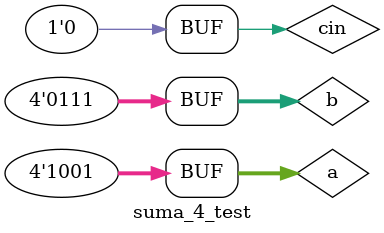
<source format=v>
`timescale 1ns / 1ps

module suma_4_test;
  reg [3:0] a,b;
  reg cin;
  wire [3:0] sum;
  wire cout;
  
  suma_4 uut(.a(a), .b(b), .sum(sum), .cout(cout), .cin(cin));

  initial begin
    #100
    
    a=1; b=1; cin=1;
    #50 a=4; b=6; cin=0;
    #50 a=7; b=5; cin=1;
    #50 a=3; b=7; cin=0;
    #50 a=15; b=0; cin=1;
    #50 a=2; b=10; cin=1;
    #50 a=5; b=0; cin=1;
    #50 a=10; b=6; cin=0;
    #50 a=9; b=7; cin=0;
    
  end
endmodule

</source>
